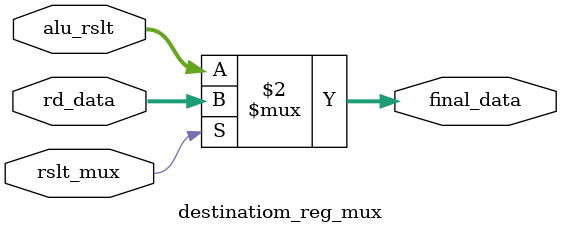
<source format=v>
module destinatiom_reg_mux(
    input wire [31:0] rd_data,
    input wire [31:0] alu_rslt,
    input  wire       rslt_mux,
    output wire [31:0] final_data
);

assign final_data = (rslt_mux == 1)? rd_data : alu_rslt;

endmodule

</source>
